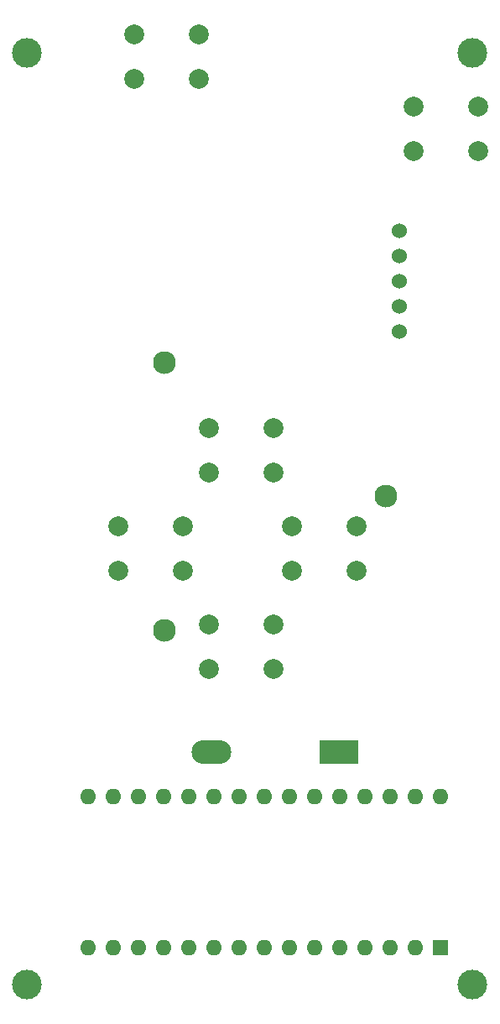
<source format=gbr>
%TF.GenerationSoftware,KiCad,Pcbnew,8.0.2*%
%TF.CreationDate,2024-05-12T00:22:51+01:00*%
%TF.ProjectId,Left_Controller_PCB_Bluetooth,4c656674-5f43-46f6-9e74-726f6c6c6572,V1.1*%
%TF.SameCoordinates,Original*%
%TF.FileFunction,Soldermask,Top*%
%TF.FilePolarity,Negative*%
%FSLAX46Y46*%
G04 Gerber Fmt 4.6, Leading zero omitted, Abs format (unit mm)*
G04 Created by KiCad (PCBNEW 8.0.2) date 2024-05-12 00:22:51*
%MOMM*%
%LPD*%
G01*
G04 APERTURE LIST*
%ADD10C,3.000000*%
%ADD11C,1.524000*%
%ADD12C,2.000000*%
%ADD13R,1.600000X1.600000*%
%ADD14O,1.600000X1.600000*%
%ADD15C,2.300000*%
%ADD16R,4.020000X2.410000*%
%ADD17O,4.020000X2.410000*%
G04 APERTURE END LIST*
D10*
%TO.C,H1*%
X121000000Y-51000000D03*
%TD*%
D11*
%TO.C,JoystickL1*%
X158563250Y-79080000D03*
X158563250Y-76540000D03*
X158563250Y-74000000D03*
X158563250Y-71460000D03*
X158563250Y-68920000D03*
%TD*%
D12*
%TO.C,SEL_L1*%
X166572000Y-60924000D03*
X160072000Y-60924000D03*
X166572000Y-56424000D03*
X160072000Y-56424000D03*
%TD*%
%TO.C,DOWN1*%
X139368000Y-108656000D03*
X145868000Y-108656000D03*
X139368000Y-113156000D03*
X145868000Y-113156000D03*
%TD*%
%TO.C,LEFT1*%
X130224000Y-98750000D03*
X136724000Y-98750000D03*
X130224000Y-103250000D03*
X136724000Y-103250000D03*
%TD*%
%TO.C,LEFT_SHOULDER1*%
X138380800Y-53649932D03*
X131880800Y-53649932D03*
X138380800Y-49149932D03*
X131880800Y-49149932D03*
%TD*%
%TO.C,RIGHT1*%
X147750000Y-98750000D03*
X154250000Y-98750000D03*
X147750000Y-103250000D03*
X154250000Y-103250000D03*
%TD*%
D10*
%TO.C,H2*%
X166000000Y-51000000D03*
%TD*%
D12*
%TO.C,UP1*%
X139368000Y-88844000D03*
X145868000Y-88844000D03*
X139368000Y-93344000D03*
X145868000Y-93344000D03*
%TD*%
D10*
%TO.C,H3*%
X166000000Y-145000000D03*
%TD*%
%TO.C,H4*%
X121000000Y-145000000D03*
%TD*%
D13*
%TO.C,CentralBoard1*%
X162712400Y-141245532D03*
D14*
X160172400Y-141245532D03*
X157632400Y-141245532D03*
X155092400Y-141245532D03*
X152552400Y-141245532D03*
X150012400Y-141245532D03*
X147472400Y-141245532D03*
X144932400Y-141245532D03*
X142392400Y-141245532D03*
X139852400Y-141245532D03*
X137312400Y-141245532D03*
X134772400Y-141245532D03*
X132232400Y-141245532D03*
X129692400Y-141245532D03*
X127152400Y-141245532D03*
X127152400Y-126005532D03*
X129692400Y-126005532D03*
X132232400Y-126005532D03*
X134772400Y-126005532D03*
X137312400Y-126005532D03*
X139852400Y-126005532D03*
X142392400Y-126005532D03*
X144932400Y-126005532D03*
X147472400Y-126005532D03*
X150012400Y-126005532D03*
X152552400Y-126005532D03*
X155092400Y-126005532D03*
X157632400Y-126005532D03*
X160172400Y-126005532D03*
X162712400Y-126005532D03*
%TD*%
D15*
%TO.C,BAT9V1*%
X134880000Y-109210000D03*
X157230000Y-95720000D03*
X134880000Y-82240000D03*
D16*
X152500000Y-121500000D03*
D17*
X139620000Y-121500000D03*
%TD*%
M02*

</source>
